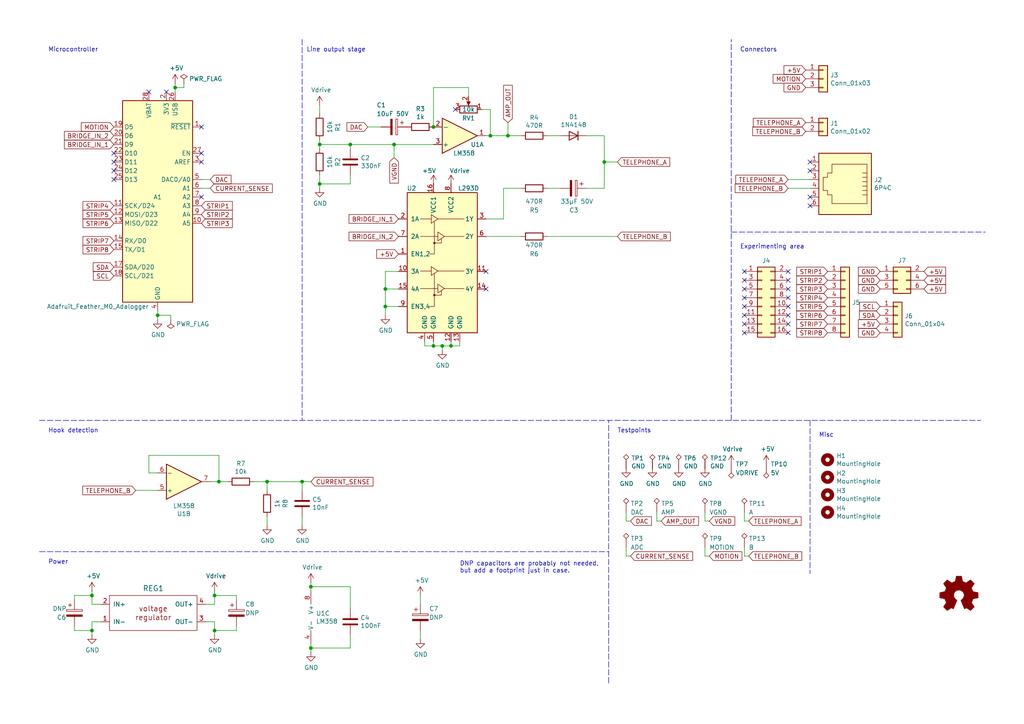
<source format=kicad_sch>
(kicad_sch (version 20250114) (generator "eeschema") (generator_version "9.0")
  (paper "A4")
  (title_block (title "Ringphone controller") (company "https://www.stderr.nl") (comment 2 "CERN Open Hardware Licence v2 - Permissive"))
  (lib_symbols
    (symbol "Amplifier_Operational:LM358" (pin_names (offset 0.127))
      (property "Reference" "U" (at 0 5.08 0))
      (property "Value" "LM358" (at 0 -5.08 0))
      (symbol "LM358_1_1"
        (pin input line (at -7.62 2.54 0) (length 2.54) (name "+") (number "3"))
        (pin input line (at -7.62 -2.54 0) (length 2.54) (name "-") (number "2"))
        (pin output line (at 7.62 0 180) (length 2.54) (name "~") (number "1"))
      )
      (symbol "LM358_2_1"
        (pin input line (at -7.62 2.54 0) (length 2.54) (name "+") (number "5"))
        (pin input line (at -7.62 -2.54 0) (length 2.54) (name "-") (number "6"))
        (pin output line (at 7.62 0 180) (length 2.54) (name "~") (number "7"))
      )
      (symbol "LM358_3_1"
        (pin power_in line (at -2.54 7.62 270) (length 3.81) (name "V+") (number "8"))
        (pin power_in line (at -2.54 -7.62 90) (length 3.81) (name "V-") (number "4"))
      )
    )
    (symbol "Components:REGULATOR_MODULE" (pin_names (offset 1.016))
      (property "Reference" "REG" (at -8.89 6.35 0))
      (symbol "REGULATOR_MODULE_0_0"
        (text "voltage" (at 0 1.27 0) (effects (font (size 1.524 1.524))))
        (text "regulator" (at 0 -1.27 0) (effects (font (size 1.524 1.524))))
      )
      (symbol "REGULATOR_MODULE_1_1"
        (pin power_in line (at -15.24 2.54 0) (length 2.54) (name "IN+") (number "2"))
        (pin power_in line (at -15.24 -2.54 0) (length 2.54) (name "IN-") (number "1"))
        (pin power_out line (at 15.24 2.54 180) (length 2.54) (name "OUT+") (number "4"))
        (pin power_in line (at 15.24 -2.54 180) (length 2.54) (name "OUT-") (number "3"))
      )
    )
    (symbol "Connector:6P6C" (pin_names (offset 1.016))
      (property "Reference" "J" (at -5.08 11.43 0))
      (property "Value" "6P6C" (at 2.54 11.43 0))
      (symbol "6P6C_1_1"
        (pin passive line (at 10.16 7.62 180) (length 2.54) (name "~") (number "6"))
        (pin passive line (at 10.16 5.08 180) (length 2.54) (name "~") (number "5"))
        (pin passive line (at 10.16 2.54 180) (length 2.54) (name "~") (number "4"))
        (pin passive line (at 10.16 0 180) (length 2.54) (name "~") (number "3"))
        (pin passive line (at 10.16 -2.54 180) (length 2.54) (name "~") (number "2"))
        (pin passive line (at 10.16 -5.08 180) (length 2.54) (name "~") (number "1"))
      )
    )
    (symbol "Connector:TestPoint_Alt" (pin_numbers (hide yes)) (pin_names (offset 0.762) (hide yes))
      (property "Reference" "TP" (at 0 6.858 0))
      (property "Value" "TestPoint_Alt" (at 0 5.08 0))
      (symbol "TestPoint_Alt_1_1"
        (pin passive line (at 0 0 90) (length 2.54) (name "1") (number "1"))
      )
    )
    (symbol "Connector_Generic:Conn_01x02" (pin_names (offset 1.016) (hide yes))
      (property "Reference" "J" (at 0 2.54 0))
      (property "Value" "Conn_01x02" (at 0 -5.08 0))
      (symbol "Conn_01x02_1_1"
        (pin passive line (at -5.08 0 0) (length 3.81) (name "Pin_1") (number "1"))
        (pin passive line (at -5.08 -2.54 0) (length 3.81) (name "Pin_2") (number "2"))
      )
    )
    (symbol "Connector_Generic:Conn_01x03" (pin_names (offset 1.016) (hide yes))
      (property "Reference" "J" (at 0 5.08 0))
      (property "Value" "Conn_01x03" (at 0 -5.08 0))
      (symbol "Conn_01x03_1_1"
        (pin passive line (at -5.08 2.54 0) (length 3.81) (name "Pin_1") (number "1"))
        (pin passive line (at -5.08 0 0) (length 3.81) (name "Pin_2") (number "2"))
        (pin passive line (at -5.08 -2.54 0) (length 3.81) (name "Pin_3") (number "3"))
      )
    )
    (symbol "Connector_Generic:Conn_01x04" (pin_names (offset 1.016) (hide yes))
      (property "Reference" "J" (at 0 5.08 0))
      (property "Value" "Conn_01x04" (at 0 -7.62 0))
      (symbol "Conn_01x04_1_1"
        (pin passive line (at -5.08 2.54 0) (length 3.81) (name "Pin_1") (number "1"))
        (pin passive line (at -5.08 0 0) (length 3.81) (name "Pin_2") (number "2"))
        (pin passive line (at -5.08 -2.54 0) (length 3.81) (name "Pin_3") (number "3"))
        (pin passive line (at -5.08 -5.08 0) (length 3.81) (name "Pin_4") (number "4"))
      )
    )
    (symbol "Connector_Generic:Conn_01x08" (pin_names (offset 1.016) (hide yes))
      (property "Reference" "J" (at 0 10.16 0))
      (property "Value" "Conn_01x08" (at 0 -12.7 0))
      (symbol "Conn_01x08_1_1"
        (pin passive line (at -5.08 7.62 0) (length 3.81) (name "Pin_1") (number "1"))
        (pin passive line (at -5.08 5.08 0) (length 3.81) (name "Pin_2") (number "2"))
        (pin passive line (at -5.08 2.54 0) (length 3.81) (name "Pin_3") (number "3"))
        (pin passive line (at -5.08 0 0) (length 3.81) (name "Pin_4") (number "4"))
        (pin passive line (at -5.08 -2.54 0) (length 3.81) (name "Pin_5") (number "5"))
        (pin passive line (at -5.08 -5.08 0) (length 3.81) (name "Pin_6") (number "6"))
        (pin passive line (at -5.08 -7.62 0) (length 3.81) (name "Pin_7") (number "7"))
        (pin passive line (at -5.08 -10.16 0) (length 3.81) (name "Pin_8") (number "8"))
      )
    )
    (symbol "Connector_Generic:Conn_02x03_Odd_Even" (pin_names (offset 1.016) (hide yes))
      (property "Reference" "J" (at 1.27 5.08 0))
      (property "Value" "Conn_02x03_Odd_Even" (at 1.27 -5.08 0))
      (symbol "Conn_02x03_Odd_Even_1_1"
        (pin passive line (at -5.08 2.54 0) (length 3.81) (name "Pin_1") (number "1"))
        (pin passive line (at -5.08 0 0) (length 3.81) (name "Pin_3") (number "3"))
        (pin passive line (at -5.08 -2.54 0) (length 3.81) (name "Pin_5") (number "5"))
        (pin passive line (at 7.62 2.54 180) (length 3.81) (name "Pin_2") (number "2"))
        (pin passive line (at 7.62 0 180) (length 3.81) (name "Pin_4") (number "4"))
        (pin passive line (at 7.62 -2.54 180) (length 3.81) (name "Pin_6") (number "6"))
      )
    )
    (symbol "Connector_Generic:Conn_02x08_Odd_Even" (pin_names (offset 1.016) (hide yes))
      (property "Reference" "J" (at 1.27 10.16 0))
      (property "Value" "Conn_02x08_Odd_Even" (at 1.27 -12.7 0))
      (symbol "Conn_02x08_Odd_Even_1_1"
        (pin passive line (at -5.08 7.62 0) (length 3.81) (name "Pin_1") (number "1"))
        (pin passive line (at -5.08 5.08 0) (length 3.81) (name "Pin_3") (number "3"))
        (pin passive line (at -5.08 2.54 0) (length 3.81) (name "Pin_5") (number "5"))
        (pin passive line (at -5.08 0 0) (length 3.81) (name "Pin_7") (number "7"))
        (pin passive line (at -5.08 -2.54 0) (length 3.81) (name "Pin_9") (number "9"))
        (pin passive line (at -5.08 -5.08 0) (length 3.81) (name "Pin_11") (number "11"))
        (pin passive line (at -5.08 -7.62 0) (length 3.81) (name "Pin_13") (number "13"))
        (pin passive line (at -5.08 -10.16 0) (length 3.81) (name "Pin_15") (number "15"))
        (pin passive line (at 7.62 7.62 180) (length 3.81) (name "Pin_2") (number "2"))
        (pin passive line (at 7.62 5.08 180) (length 3.81) (name "Pin_4") (number "4"))
        (pin passive line (at 7.62 2.54 180) (length 3.81) (name "Pin_6") (number "6"))
        (pin passive line (at 7.62 0 180) (length 3.81) (name "Pin_8") (number "8"))
        (pin passive line (at 7.62 -2.54 180) (length 3.81) (name "Pin_10") (number "10"))
        (pin passive line (at 7.62 -5.08 180) (length 3.81) (name "Pin_12") (number "12"))
        (pin passive line (at 7.62 -7.62 180) (length 3.81) (name "Pin_14") (number "14"))
        (pin passive line (at 7.62 -10.16 180) (length 3.81) (name "Pin_16") (number "16"))
      )
    )
    (symbol "Device:C" (pin_numbers (hide yes)) (pin_names (offset 0.254))
      (property "Reference" "C" (at 0.635 2.54 0))
      (property "Value" "C" (at 0.635 -2.54 0))
      (symbol "C_1_1"
        (pin passive line (at 0 3.81 270) (length 2.794) (name "~") (number "1"))
        (pin passive line (at 0 -3.81 90) (length 2.794) (name "~") (number "2"))
      )
    )
    (symbol "Device:C_Polarized" (pin_numbers (hide yes)) (pin_names (offset 0.254))
      (property "Reference" "C" (at 0.635 2.54 0))
      (property "Value" "C_Polarized" (at 0.635 -2.54 0))
      (symbol "C_Polarized_1_1"
        (pin passive line (at 0 3.81 270) (length 2.794) (name "~") (number "1"))
        (pin passive line (at 0 -3.81 90) (length 2.794) (name "~") (number "2"))
      )
    )
    (symbol "Device:R" (pin_numbers (hide yes)) (pin_names (offset 0))
      (property "Reference" "R" (at 2.032 0 90))
      (property "Value" "R" (at 0 0 90))
      (symbol "R_1_1"
        (pin passive line (at 0 3.81 270) (length 1.27) (name "~") (number "1"))
        (pin passive line (at 0 -3.81 90) (length 1.27) (name "~") (number "2"))
      )
    )
    (symbol "Device:R_Potentiometer" (pin_names (offset 1.016) (hide yes))
      (property "Reference" "RV" (at -4.445 0 90))
      (property "Value" "R_Potentiometer" (at -2.54 0 90))
      (symbol "R_Potentiometer_1_1"
        (pin passive line (at 0 3.81 270) (length 1.27) (name "1") (number "1"))
        (pin passive line (at 0 -3.81 90) (length 1.27) (name "3") (number "3"))
        (pin passive line (at 3.81 0 180) (length 1.27) (name "2") (number "2"))
      )
    )
    (symbol "Diode:1N4148" (pin_numbers (hide yes)) (pin_names (hide yes))
      (property "Reference" "D" (at 0 2.54 0))
      (property "Value" "1N4148" (at 0 -2.54 0))
      (symbol "1N4148_1_1"
        (pin passive line (at -3.81 0 0) (length 2.54) (name "K") (number "1"))
        (pin passive line (at 3.81 0 180) (length 2.54) (name "A") (number "2"))
      )
    )
    (symbol "Driver_Motor:L293D" (pin_names (offset 1.016))
      (property "Reference" "U" (at -5.08 26.035 0))
      (property "Value" "L293D" (at -5.08 24.13 0))
      (symbol "L293D_1_1"
        (pin input line (at -12.7 15.24 0) (length 2.54) (name "1A") (number "2"))
        (pin input line (at -12.7 10.16 0) (length 2.54) (name "2A") (number "7"))
        (pin input line (at -12.7 5.08 0) (length 2.54) (name "EN1,2") (number "1"))
        (pin input line (at -12.7 0 0) (length 2.54) (name "3A") (number "10"))
        (pin input line (at -12.7 -5.08 0) (length 2.54) (name "4A") (number "15"))
        (pin input line (at -12.7 -10.16 0) (length 2.54) (name "EN3,4") (number "9"))
        (pin power_in line (at -5.08 -20.32 90) (length 2.54) (name "GND") (number "4"))
        (pin power_in line (at -2.54 25.4 270) (length 2.54) (name "VCC1") (number "16"))
        (pin power_in line (at -2.54 -20.32 90) (length 2.54) (name "GND") (number "5"))
        (pin power_in line (at 2.54 25.4 270) (length 2.54) (name "VCC2") (number "8"))
        (pin power_in line (at 2.54 -20.32 90) (length 2.54) (name "GND") (number "12"))
        (pin power_in line (at 5.08 -20.32 90) (length 2.54) (name "GND") (number "13"))
        (pin output line (at 12.7 15.24 180) (length 2.54) (name "1Y") (number "3"))
        (pin output line (at 12.7 10.16 180) (length 2.54) (name "2Y") (number "6"))
        (pin output line (at 12.7 0 180) (length 2.54) (name "3Y") (number "11"))
        (pin output line (at 12.7 -5.08 180) (length 2.54) (name "4Y") (number "14"))
      )
    )
    (symbol "Graphic:Logo_Open_Hardware_Small" (in_bom no) (on_board no))
    (symbol "MCU_Module:Adafruit_Feather_M0_Adalogger"
      (property "Reference" "A" (at -10.16 29.21 0))
      (property "Value" "Adafruit_Feather_M0_Adalogger" (at 2.54 -31.75 0))
      (symbol "Adafruit_Feather_M0_Adalogger_1_1"
        (pin bidirectional line (at -12.7 20.32 0) (length 2.54) (name "D5") (number "19"))
        (pin bidirectional line (at -12.7 17.78 0) (length 2.54) (name "D6") (number "20"))
        (pin bidirectional line (at -12.7 15.24 0) (length 2.54) (name "D9") (number "21"))
        (pin bidirectional line (at -12.7 12.7 0) (length 2.54) (name "D10") (number "22"))
        (pin bidirectional line (at -12.7 10.16 0) (length 2.54) (name "D11") (number "23"))
        (pin bidirectional line (at -12.7 7.62 0) (length 2.54) (name "D12") (number "24"))
        (pin bidirectional line (at -12.7 5.08 0) (length 2.54) (name "D13") (number "25"))
        (pin bidirectional line (at -12.7 -2.54 0) (length 2.54) (name "SCK/D24") (number "11"))
        (pin bidirectional line (at -12.7 -5.08 0) (length 2.54) (name "MOSI/D23") (number "12"))
        (pin bidirectional line (at -12.7 -7.62 0) (length 2.54) (name "MISO/D22") (number "13"))
        (pin bidirectional line (at -12.7 -12.7 0) (length 2.54) (name "RX/D0") (number "14"))
        (pin bidirectional line (at -12.7 -15.24 0) (length 2.54) (name "TX/D1") (number "15"))
        (pin bidirectional line (at -12.7 -20.32 0) (length 2.54) (name "SDA/D20") (number "17"))
        (pin bidirectional line (at -12.7 -22.86 0) (length 2.54) (name "SCL/D21") (number "18"))
        (pin power_in line (at -2.54 30.48 270) (length 2.54) (name "VBAT") (number "28"))
        (pin passive line (at 0 -33.02 90) (length 2.54) (hide yes) (name "GND") (number "16"))
        (pin power_in line (at 0 -33.02 90) (length 2.54) (name "GND") (number "4"))
        (pin power_in line (at 2.54 30.48 270) (length 2.54) (name "3V3") (number "2"))
        (pin power_in line (at 5.08 30.48 270) (length 2.54) (name "USB") (number "26"))
        (pin input line (at 12.7 20.32 180) (length 2.54) (name "~{RESET}") (number "1"))
        (pin input line (at 12.7 12.7 180) (length 2.54) (name "EN") (number "27"))
        (pin input line (at 12.7 10.16 180) (length 2.54) (name "AREF") (number "3"))
        (pin bidirectional line (at 12.7 5.08 180) (length 2.54) (name "DAC0/A0") (number "5"))
        (pin bidirectional line (at 12.7 2.54 180) (length 2.54) (name "A1") (number "6"))
        (pin bidirectional line (at 12.7 0 180) (length 2.54) (name "A2") (number "7"))
        (pin bidirectional line (at 12.7 -2.54 180) (length 2.54) (name "A3") (number "8"))
        (pin bidirectional line (at 12.7 -5.08 180) (length 2.54) (name "A4") (number "9"))
        (pin bidirectional line (at 12.7 -7.62 180) (length 2.54) (name "A5") (number "10"))
      )
    )
    (symbol "Mechanical:MountingHole" (pin_names (offset 1.016)) (in_bom no)
      (property "Reference" "H" (at 0 5.08 0))
      (property "Value" "MountingHole" (at 0 3.175 0))
    )
    (symbol "power:+5V" (power) (pin_numbers (hide yes)) (pin_names (offset 0) (hide yes))
      (property "Value" "+5V" (at 0 3.556 0))
      (symbol "+5V_1_1"
        (pin power_in line (at 0 0 90) (length 0) (name "~") (number "1"))
      )
    )
    (symbol "power:GND" (power) (pin_numbers (hide yes)) (pin_names (offset 0) (hide yes))
      (property "Value" "GND" (at 0 -3.81 0))
      (symbol "GND_1_1"
        (pin power_in line (at 0 0 270) (length 0) (name "~") (number "1"))
      )
    )
    (symbol "power:PWR_FLAG" (power) (pin_numbers (hide yes)) (pin_names (offset 0) (hide yes))
      (property "Value" "PWR_FLAG" (at 0 3.81 0))
      (symbol "PWR_FLAG_0_0"
        (pin power_out line (at 0 0 90) (length 0) (name "~") (number "1"))
      )
    )
    (symbol "power:Vdrive" (power) (pin_numbers (hide yes)) (pin_names (offset 0) (hide yes))
      (property "Value" "Vdrive" (at 0 3.556 0))
      (symbol "Vdrive_1_1"
        (pin power_in line (at 0 0 90) (length 0) (name "~") (number "1"))
      )
    )
  )
  (text "Misc" (at 237.49 127 0) (effects (font (size 1.27 1.27)) (justify left bottom)))
  (text "Testpoints" (at 179.07 125.73 0) (effects (font (size 1.27 1.27)) (justify left bottom)))
  (text "Power" (at 13.97 163.83 0) (effects (font (size 1.27 1.27)) (justify left bottom)))
  (text "Hook detection" (at 13.97 125.73 0) (effects (font (size 1.27 1.27)) (justify left bottom)))
  (text "Line output stage" (at 88.9 15.24 0) (effects (font (size 1.27 1.27)) (justify left bottom)))
  (text "Microcontroller" (at 13.97 15.24 0) (effects (font (size 1.27 1.27)) (justify left bottom)))
  (text "Experimenting area" (at 214.63 72.39 0) (effects (font (size 1.27 1.27)) (justify left bottom)))
  (text "DNP capacitors are probably not needed,\nbut add a footprint just in case.\n" (at 133.35 166.37 0) (effects (font (size 1.27 1.27)) (justify left bottom)))
  (text "Connectors\n" (at 214.63 15.24 0) (effects (font (size 1.27 1.27)) (justify left bottom)))
  (junction (at 45.72 91.44))
  (junction (at 114.3 41.91))
  (junction (at 175.26 46.99))
  (junction (at 92.71 41.91))
  (junction (at 147.32 39.37))
  (junction (at 125.73 36.83))
  (junction (at 87.63 139.7))
  (junction (at 90.17 170.18))
  (junction (at 62.23 172.72))
  (junction (at 92.71 53.34))
  (junction (at 130.81 100.33))
  (junction (at 63.5 139.7))
  (junction (at 90.17 187.96))
  (junction (at 62.23 182.88))
  (junction (at 26.67 172.72))
  (junction (at 125.73 100.33))
  (junction (at 77.47 139.7))
  (junction (at 142.24 39.37))
  (junction (at 111.76 83.82))
  (junction (at 128.27 100.33))
  (junction (at 101.6 41.91))
  (junction (at 50.8 25.4))
  (junction (at 111.76 88.9))
  (junction (at 26.67 182.88))
  (no_connect (at 215.9 78.74))
  (no_connect (at 33.02 46.99))
  (no_connect (at 228.6 96.52))
  (no_connect (at 215.9 96.52))
  (no_connect (at 228.6 83.82))
  (no_connect (at 215.9 88.9))
  (no_connect (at 228.6 86.36))
  (no_connect (at 234.95 57.15))
  (no_connect (at 58.42 57.15))
  (no_connect (at 43.18 26.67))
  (no_connect (at 58.42 44.45))
  (no_connect (at 215.9 81.28))
  (no_connect (at 234.95 46.99))
  (no_connect (at 228.6 78.74))
  (no_connect (at 228.6 93.98))
  (no_connect (at 228.6 81.28))
  (no_connect (at 33.02 44.45))
  (no_connect (at 140.97 78.74))
  (no_connect (at 33.02 52.07))
  (no_connect (at 228.6 88.9))
  (no_connect (at 33.02 49.53))
  (no_connect (at 215.9 83.82))
  (no_connect (at 215.9 93.98))
  (no_connect (at 234.95 59.69))
  (no_connect (at 58.42 46.99))
  (no_connect (at 58.42 36.83))
  (no_connect (at 215.9 86.36))
  (no_connect (at 140.97 83.82))
  (no_connect (at 228.6 91.44))
  (no_connect (at 215.9 91.44))
  (no_connect (at 132.08 31.75))
  (no_connect (at 234.95 49.53))
  (no_connect (at 48.26 26.67))
  (polyline (pts (xy 234.95 121.92) (xy 234.95 166.37)) (stroke (width 0) (type dash)))
  (wire (pts (xy 170.18 54.61) (xy 175.26 54.61)))
  (wire (pts (xy 111.76 91.44) (xy 111.76 88.9)))
  (wire (pts (xy 45.72 90.17) (xy 45.72 91.44)))
  (wire (pts (xy 92.71 30.48) (xy 92.71 33.02)))
  (wire (pts (xy 111.76 78.74) (xy 115.57 78.74)))
  (wire (pts (xy 92.71 43.18) (xy 92.71 41.91)))
  (wire (pts (xy 62.23 180.34) (xy 59.69 180.34)))
  (wire (pts (xy 92.71 41.91) (xy 92.71 40.64)))
  (wire (pts (xy 130.81 100.33) (xy 133.35 100.33)))
  (wire (pts (xy 77.47 152.4) (xy 77.47 149.86)))
  (wire (pts (xy 140.97 63.5) (xy 146.05 63.5)))
  (wire (pts (xy 66.04 139.7) (xy 63.5 139.7)))
  (wire (pts (xy 101.6 41.91) (xy 114.3 41.91)))
  (wire (pts (xy 50.8 25.4) (xy 50.8 24.13)))
  (wire (pts (xy 215.9 158.75) (xy 215.9 161.29)))
  (wire (pts (xy 162.56 39.37) (xy 158.75 39.37)))
  (wire (pts (xy 142.24 39.37) (xy 147.32 39.37)))
  (wire (pts (xy 147.32 35.56) (xy 147.32 39.37)))
  (wire (pts (xy 101.6 170.18) (xy 101.6 176.53)))
  (wire (pts (xy 147.32 39.37) (xy 151.13 39.37)))
  (wire (pts (xy 49.53 92.71) (xy 49.53 91.44)))
  (wire (pts (xy 123.19 100.33) (xy 125.73 100.33)))
  (wire (pts (xy 87.63 149.86) (xy 87.63 152.4)))
  (wire (pts (xy 43.18 137.16) (xy 43.18 132.08)))
  (wire (pts (xy 21.59 181.61) (xy 21.59 182.88)))
  (wire (pts (xy 181.61 161.29) (xy 181.61 158.75)))
  (wire (pts (xy 45.72 137.16) (xy 43.18 137.16)))
  (wire (pts (xy 191.77 151.13) (xy 190.5 151.13)))
  (wire (pts (xy 26.67 172.72) (xy 26.67 171.45)))
  (wire (pts (xy 21.59 173.99) (xy 21.59 172.72)))
  (wire (pts (xy 21.59 172.72) (xy 26.67 172.72)))
  (wire (pts (xy 26.67 175.26) (xy 26.67 172.72)))
  (wire (pts (xy 146.05 63.5) (xy 146.05 54.61)))
  (wire (pts (xy 90.17 186.69) (xy 90.17 187.96)))
  (wire (pts (xy 175.26 46.99) (xy 175.26 54.61)))
  (wire (pts (xy 142.24 31.75) (xy 142.24 39.37)))
  (wire (pts (xy 29.21 175.26) (xy 26.67 175.26)))
  (polyline (pts (xy 212.09 67.31) (xy 285.75 67.31)) (stroke (width 0) (type dash)))
  (wire (pts (xy 77.47 139.7) (xy 87.63 139.7)))
  (wire (pts (xy 45.72 91.44) (xy 49.53 91.44)))
  (wire (pts (xy 101.6 41.91) (xy 101.6 43.18)))
  (wire (pts (xy 204.47 151.13) (xy 204.47 148.59)))
  (wire (pts (xy 204.47 158.75) (xy 204.47 161.29)))
  (wire (pts (xy 128.27 100.33) (xy 130.81 100.33)))
  (wire (pts (xy 43.18 132.08) (xy 63.5 132.08)))
  (wire (pts (xy 111.76 88.9) (xy 115.57 88.9)))
  (wire (pts (xy 158.75 68.58) (xy 179.07 68.58)))
  (wire (pts (xy 101.6 50.8) (xy 101.6 53.34)))
  (wire (pts (xy 90.17 187.96) (xy 90.17 189.23)))
  (wire (pts (xy 228.6 52.07) (xy 234.95 52.07)))
  (wire (pts (xy 68.58 181.61) (xy 68.58 182.88)))
  (wire (pts (xy 111.76 83.82) (xy 115.57 83.82)))
  (wire (pts (xy 140.97 68.58) (xy 151.13 68.58)))
  (wire (pts (xy 114.3 45.72) (xy 114.3 41.91)))
  (wire (pts (xy 59.69 175.26) (xy 62.23 175.26)))
  (wire (pts (xy 114.3 41.91) (xy 125.73 41.91)))
  (wire (pts (xy 217.17 151.13) (xy 215.9 151.13)))
  (wire (pts (xy 62.23 182.88) (xy 62.23 180.34)))
  (wire (pts (xy 128.27 100.33) (xy 128.27 101.6)))
  (polyline (pts (xy 11.43 121.92) (xy 284.48 121.92)) (stroke (width 0) (type dash)))
  (wire (pts (xy 111.76 83.82) (xy 111.76 78.74)))
  (wire (pts (xy 62.23 172.72) (xy 62.23 171.45)))
  (wire (pts (xy 39.37 142.24) (xy 45.72 142.24)))
  (wire (pts (xy 217.17 161.29) (xy 215.9 161.29)))
  (wire (pts (xy 139.7 31.75) (xy 142.24 31.75)))
  (wire (pts (xy 21.59 182.88) (xy 26.67 182.88)))
  (wire (pts (xy 90.17 139.7) (xy 87.63 139.7)))
  (wire (pts (xy 53.34 25.4) (xy 50.8 25.4)))
  (wire (pts (xy 125.73 25.4) (xy 135.89 25.4)))
  (polyline (pts (xy 212.09 121.92) (xy 212.09 11.43)) (stroke (width 0) (type dash)))
  (wire (pts (xy 111.76 88.9) (xy 111.76 83.82)))
  (wire (pts (xy 60.96 54.61) (xy 58.42 54.61)))
  (wire (pts (xy 205.74 151.13) (xy 204.47 151.13)))
  (wire (pts (xy 63.5 132.08) (xy 63.5 139.7)))
  (wire (pts (xy 63.5 139.7) (xy 60.96 139.7)))
  (wire (pts (xy 181.61 151.13) (xy 181.61 148.59)))
  (wire (pts (xy 60.96 52.07) (xy 58.42 52.07)))
  (wire (pts (xy 234.95 54.61) (xy 228.6 54.61)))
  (wire (pts (xy 101.6 187.96) (xy 90.17 187.96)))
  (wire (pts (xy 90.17 171.45) (xy 90.17 170.18)))
  (wire (pts (xy 130.81 99.06) (xy 130.81 100.33)))
  (wire (pts (xy 90.17 170.18) (xy 90.17 168.91)))
  (wire (pts (xy 182.88 151.13) (xy 181.61 151.13)))
  (wire (pts (xy 101.6 184.15) (xy 101.6 187.96)))
  (wire (pts (xy 92.71 41.91) (xy 101.6 41.91)))
  (wire (pts (xy 123.19 99.06) (xy 123.19 100.33)))
  (polyline (pts (xy 176.53 198.12) (xy 176.53 121.92)) (stroke (width 0) (type dash)))
  (wire (pts (xy 77.47 139.7) (xy 73.66 139.7)))
  (wire (pts (xy 26.67 180.34) (xy 29.21 180.34)))
  (wire (pts (xy 101.6 53.34) (xy 92.71 53.34)))
  (wire (pts (xy 215.9 148.59) (xy 215.9 151.13)))
  (wire (pts (xy 146.05 54.61) (xy 151.13 54.61)))
  (wire (pts (xy 121.92 175.26) (xy 121.92 172.72)))
  (wire (pts (xy 175.26 39.37) (xy 175.26 46.99)))
  (wire (pts (xy 87.63 139.7) (xy 87.63 142.24)))
  (wire (pts (xy 205.74 161.29) (xy 204.47 161.29)))
  (wire (pts (xy 135.89 25.4) (xy 135.89 27.94)))
  (wire (pts (xy 62.23 184.15) (xy 62.23 182.88)))
  (wire (pts (xy 45.72 91.44) (xy 45.72 92.71)))
  (wire (pts (xy 190.5 151.13) (xy 190.5 148.59)))
  (wire (pts (xy 133.35 100.33) (xy 133.35 99.06)))
  (wire (pts (xy 26.67 182.88) (xy 26.67 180.34)))
  (wire (pts (xy 182.88 161.29) (xy 181.61 161.29)))
  (wire (pts (xy 90.17 170.18) (xy 101.6 170.18)))
  (wire (pts (xy 26.67 184.15) (xy 26.67 182.88)))
  (wire (pts (xy 50.8 26.67) (xy 50.8 25.4)))
  (wire (pts (xy 175.26 39.37) (xy 170.18 39.37)))
  (wire (pts (xy 68.58 182.88) (xy 62.23 182.88)))
  (wire (pts (xy 77.47 142.24) (xy 77.47 139.7)))
  (wire (pts (xy 175.26 46.99) (xy 179.07 46.99)))
  (wire (pts (xy 92.71 54.61) (xy 92.71 53.34)))
  (wire (pts (xy 62.23 175.26) (xy 62.23 172.72)))
  (polyline (pts (xy 11.43 160.02) (xy 176.53 160.02)) (stroke (width 0) (type dash)))
  (wire (pts (xy 53.34 24.13) (xy 53.34 25.4)))
  (wire (pts (xy 68.58 172.72) (xy 62.23 172.72)))
  (wire (pts (xy 106.68 36.83) (xy 110.49 36.83)))
  (polyline (pts (xy 87.63 11.43) (xy 87.63 121.92)) (stroke (width 0) (type dash)))
  (wire (pts (xy 121.92 185.42) (xy 121.92 182.88)))
  (wire (pts (xy 140.97 39.37) (xy 142.24 39.37)))
  (wire (pts (xy 125.73 100.33) (xy 128.27 100.33)))
  (wire (pts (xy 125.73 25.4) (xy 125.73 36.83)))
  (wire (pts (xy 92.71 53.34) (xy 92.71 50.8)))
  (wire (pts (xy 125.73 99.06) (xy 125.73 100.33)))
  (wire (pts (xy 158.75 54.61) (xy 162.56 54.61)))
  (wire (pts (xy 68.58 173.99) (xy 68.58 172.72)))
  (global_label "STRIP2" (shape input) (at 240.03 81.28 180) (property "Intersheetrefs" "${INTERSHEET_REFS}" (effects (hide yes))))
  (global_label "DAC" (shape input) (at 182.88 151.13 0) (property "Intersheetrefs" "${INTERSHEET_REFS}" (effects (hide yes))))
  (global_label "SCL" (shape input) (at 33.02 80.01 180) (property "Intersheetrefs" "${INTERSHEET_REFS}" (effects (hide yes))))
  (global_label "TELEPHONE_A" (shape input) (at 179.07 46.99 0) (property "Intersheetrefs" "${INTERSHEET_REFS}" (effects (hide yes))))
  (global_label "STRIP4" (shape input) (at 33.02 59.69 180) (property "Intersheetrefs" "${INTERSHEET_REFS}" (effects (hide yes))))
  (global_label "STRIP8" (shape input) (at 240.03 96.52 180) (property "Intersheetrefs" "${INTERSHEET_REFS}" (effects (hide yes))))
  (global_label "CURRENT_SENSE" (shape input) (at 60.96 54.61 0) (property "Intersheetrefs" "${INTERSHEET_REFS}" (effects (hide yes))))
  (global_label "TELEPHONE_A" (shape input) (at 228.6 52.07 180) (property "Intersheetrefs" "${INTERSHEET_REFS}" (effects (hide yes))))
  (global_label "STRIP4" (shape input) (at 240.03 86.36 180) (property "Intersheetrefs" "${INTERSHEET_REFS}" (effects (hide yes))))
  (global_label "GND" (shape input) (at 255.27 96.52 180) (property "Intersheetrefs" "${INTERSHEET_REFS}" (effects (hide yes))))
  (global_label "STRIP3" (shape input) (at 240.03 83.82 180) (property "Intersheetrefs" "${INTERSHEET_REFS}" (effects (hide yes))))
  (global_label "CURRENT_SENSE" (shape input) (at 182.88 161.29 0) (property "Intersheetrefs" "${INTERSHEET_REFS}" (effects (hide yes))))
  (global_label "CURRENT_SENSE" (shape input) (at 90.17 139.7 0) (property "Intersheetrefs" "${INTERSHEET_REFS}" (effects (hide yes))))
  (global_label "SCL" (shape input) (at 255.27 88.9 180) (property "Intersheetrefs" "${INTERSHEET_REFS}" (effects (hide yes))))
  (global_label "AMP_OUT" (shape input) (at 147.32 35.56 90) (property "Intersheetrefs" "${INTERSHEET_REFS}" (effects (hide yes))))
  (global_label "STRIP8" (shape input) (at 33.02 72.39 180) (property "Intersheetrefs" "${INTERSHEET_REFS}" (effects (hide yes))))
  (global_label "STRIP1" (shape input) (at 58.42 59.69 0) (property "Intersheetrefs" "${INTERSHEET_REFS}" (effects (hide yes))))
  (global_label "DAC" (shape input) (at 60.96 52.07 0) (property "Intersheetrefs" "${INTERSHEET_REFS}" (effects (hide yes))))
  (global_label "+5V" (shape input) (at 267.97 78.74 0) (property "Intersheetrefs" "${INTERSHEET_REFS}" (effects (hide yes))))
  (global_label "TELEPHONE_B" (shape input) (at 233.68 38.1 180) (property "Intersheetrefs" "${INTERSHEET_REFS}" (effects (hide yes))))
  (global_label "TELEPHONE_A" (shape input) (at 217.17 151.13 0) (property "Intersheetrefs" "${INTERSHEET_REFS}" (effects (hide yes))))
  (global_label "BRIDGE_IN_1" (shape input) (at 115.57 63.5 180) (property "Intersheetrefs" "${INTERSHEET_REFS}" (effects (hide yes))))
  (global_label "STRIP6" (shape input) (at 240.03 91.44 180) (property "Intersheetrefs" "${INTERSHEET_REFS}" (effects (hide yes))))
  (global_label "AMP_OUT" (shape input) (at 191.77 151.13 0) (property "Intersheetrefs" "${INTERSHEET_REFS}" (effects (hide yes))))
  (global_label "GND" (shape input) (at 255.27 81.28 180) (property "Intersheetrefs" "${INTERSHEET_REFS}" (effects (hide yes))))
  (global_label "SDA" (shape input) (at 255.27 91.44 180) (property "Intersheetrefs" "${INTERSHEET_REFS}" (effects (hide yes))))
  (global_label "MOTION" (shape input) (at 233.68 22.86 180) (property "Intersheetrefs" "${INTERSHEET_REFS}" (effects (hide yes))))
  (global_label "BRIDGE_IN_2" (shape input) (at 115.57 68.58 180) (property "Intersheetrefs" "${INTERSHEET_REFS}" (effects (hide yes))))
  (global_label "TELEPHONE_B" (shape input) (at 228.6 54.61 180) (property "Intersheetrefs" "${INTERSHEET_REFS}" (effects (hide yes))))
  (global_label "+5V" (shape input) (at 115.57 73.66 180) (property "Intersheetrefs" "${INTERSHEET_REFS}" (effects (hide yes))))
  (global_label "DAC" (shape input) (at 106.68 36.83 180) (property "Intersheetrefs" "${INTERSHEET_REFS}" (effects (hide yes))))
  (global_label "SDA" (shape input) (at 33.02 77.47 180) (property "Intersheetrefs" "${INTERSHEET_REFS}" (effects (hide yes))))
  (global_label "GND" (shape input) (at 255.27 78.74 180) (property "Intersheetrefs" "${INTERSHEET_REFS}" (effects (hide yes))))
  (global_label "MOTION" (shape input) (at 205.74 161.29 0) (property "Intersheetrefs" "${INTERSHEET_REFS}" (effects (hide yes))))
  (global_label "STRIP7" (shape input) (at 240.03 93.98 180) (property "Intersheetrefs" "${INTERSHEET_REFS}" (effects (hide yes))))
  (global_label "STRIP1" (shape input) (at 240.03 78.74 180) (property "Intersheetrefs" "${INTERSHEET_REFS}" (effects (hide yes))))
  (global_label "+5V" (shape input) (at 255.27 93.98 180) (property "Intersheetrefs" "${INTERSHEET_REFS}" (effects (hide yes))))
  (global_label "STRIP5" (shape input) (at 240.03 88.9 180) (property "Intersheetrefs" "${INTERSHEET_REFS}" (effects (hide yes))))
  (global_label "BRIDGE_IN_1" (shape input) (at 33.02 41.91 180) (property "Intersheetrefs" "${INTERSHEET_REFS}" (effects (hide yes))))
  (global_label "TELEPHONE_A" (shape input) (at 233.68 35.56 180) (property "Intersheetrefs" "${INTERSHEET_REFS}" (effects (hide yes))))
  (global_label "VGND" (shape input) (at 205.74 151.13 0) (property "Intersheetrefs" "${INTERSHEET_REFS}" (effects (hide yes))))
  (global_label "+5V" (shape input) (at 233.68 20.32 180) (property "Intersheetrefs" "${INTERSHEET_REFS}" (effects (hide yes))))
  (global_label "BRIDGE_IN_2" (shape input) (at 33.02 39.37 180) (property "Intersheetrefs" "${INTERSHEET_REFS}" (effects (hide yes))))
  (global_label "TELEPHONE_B" (shape input) (at 217.17 161.29 0) (property "Intersheetrefs" "${INTERSHEET_REFS}" (effects (hide yes))))
  (global_label "+5V" (shape input) (at 267.97 81.28 0) (property "Intersheetrefs" "${INTERSHEET_REFS}" (effects (hide yes))))
  (global_label "STRIP6" (shape input) (at 33.02 64.77 180) (property "Intersheetrefs" "${INTERSHEET_REFS}" (effects (hide yes))))
  (global_label "VGND" (shape input) (at 114.3 45.72 270) (property "Intersheetrefs" "${INTERSHEET_REFS}" (effects (hide yes))))
  (global_label "MOTION" (shape input) (at 33.02 36.83 180) (property "Intersheetrefs" "${INTERSHEET_REFS}" (effects (hide yes))))
  (global_label "GND" (shape input) (at 255.27 83.82 180) (property "Intersheetrefs" "${INTERSHEET_REFS}" (effects (hide yes))))
  (global_label "TELEPHONE_B" (shape input) (at 179.07 68.58 0) (property "Intersheetrefs" "${INTERSHEET_REFS}" (effects (hide yes))))
  (global_label "STRIP3" (shape input) (at 58.42 64.77 0) (property "Intersheetrefs" "${INTERSHEET_REFS}" (effects (hide yes))))
  (global_label "STRIP7" (shape input) (at 33.02 69.85 180) (property "Intersheetrefs" "${INTERSHEET_REFS}" (effects (hide yes))))
  (global_label "STRIP2" (shape input) (at 58.42 62.23 0) (property "Intersheetrefs" "${INTERSHEET_REFS}" (effects (hide yes))))
  (global_label "+5V" (shape input) (at 267.97 83.82 0) (property "Intersheetrefs" "${INTERSHEET_REFS}" (effects (hide yes))))
  (global_label "GND" (shape input) (at 233.68 25.4 180) (property "Intersheetrefs" "${INTERSHEET_REFS}" (effects (hide yes))))
  (global_label "TELEPHONE_B" (shape input) (at 39.37 142.24 180) (property "Intersheetrefs" "${INTERSHEET_REFS}" (effects (hide yes))))
  (global_label "STRIP5" (shape input) (at 33.02 62.23 180) (property "Intersheetrefs" "${INTERSHEET_REFS}" (effects (hide yes))))
  (symbol (lib_id "Driver_Motor:L293D") (at 128.27 78.74 0) (unit 1)
    (property "Reference" "U2" (at 119.38 54.61 0))
    (property "Value" "L293D" (at 135.89 54.61 0))
    (property "Footprint" "Package_DIP:DIP-16_W7.62mm" (effects (hide yes)))
    (property "Datasheet" "http://www.ti.com/lit/ds/symlink/l293.pdf" (effects (hide yes)))
    (property "Description" "Quadruple Half-H Drivers" (effects (hide yes)))
  )
  (symbol (lib_id "Amplifier_Operational:LM358") (at 133.35 39.37 0) (mirror x) (unit 1)
    (property "Reference" "U1" (at 138.43 41.91 0))
    (property "Value" "LM358" (at 134.62 44.45 0))
    (property "Footprint" "Package_DIP:DIP-8_W7.62mm_Socket_LongPads" (effects (hide yes)))
    (property "Datasheet" "http://www.ti.com/lit/ds/symlink/lm2904-n.pdf" (effects (hide yes)))
    (property "Description" "Low-Power, Dual Operational Amplifiers, DIP-8/SOIC-8/TO-99-8" (effects (hide yes)))
  )
  (symbol (lib_id "Amplifier_Operational:LM358") (at 53.34 139.7 0) (mirror x) (unit 2)
    (property "Reference" "U1" (at 53.34 149.0218 0))
    (property "Value" "LM358" (at 53.34 146.7104 0))
    (property "Footprint" "Package_DIP:DIP-8_W7.62mm_Socket_LongPads" (effects (hide yes)))
    (property "Datasheet" "http://www.ti.com/lit/ds/symlink/lm2904-n.pdf" (effects (hide yes)))
    (property "Description" "Low-Power, Dual Operational Amplifiers, DIP-8/SOIC-8/TO-99-8" (effects (hide yes)))
  )
  (symbol (lib_id "Amplifier_Operational:LM358") (at 92.71 179.07 0) (unit 3)
    (property "Reference" "U1" (at 91.6432 177.9016 0) (effects (justify left)))
    (property "Value" "LM358" (at 91.6432 180.213 0) (effects (justify left)))
    (property "Footprint" "Package_DIP:DIP-8_W7.62mm_Socket_LongPads" (effects (hide yes)))
    (property "Datasheet" "http://www.ti.com/lit/ds/symlink/lm2904-n.pdf" (effects (hide yes)))
    (property "Description" "Low-Power, Dual Operational Amplifiers, DIP-8/SOIC-8/TO-99-8" (effects (hide yes)))
  )
  (symbol (lib_id "Device:C") (at 101.6 180.34 0) (unit 1)
    (property "Reference" "C4" (at 104.521 179.1716 0) (effects (justify left)))
    (property "Value" "100nF" (at 104.521 181.483 0) (effects (justify left)))
    (property "Footprint" "Capacitor_THT:C_Disc_D7.0mm_W2.5mm_P5.00mm" (effects (hide yes)))
    (property "Description" "Unpolarized capacitor" (effects (hide yes)))
  )
  (symbol (lib_id "Diode:1N4148") (at 166.37 39.37 180) (unit 1)
    (property "Reference" "D1" (at 166.37 33.8836 0))
    (property "Value" "1N4148" (at 166.37 36.195 0))
    (property "Footprint" "Diode_THT:D_DO-35_SOD27_P7.62mm_Horizontal" (effects (hide yes)))
    (property "Datasheet" "https://assets.nexperia.com/documents/data-sheet/1N4148_1N4448.pdf" (effects (hide yes)))
    (property "Description" "100V 0.15A standard switching diode, DO-35" (effects (hide yes)))
    (property "Sim.Device" "D" (effects (hide yes)))
    (property "Sim.Pins" "1=K 2=A" (effects (hide yes)))
  )
  (symbol (lib_id "Components:REGULATOR_MODULE") (at 44.45 177.8 0) (unit 1)
    (property "Reference" "REG1" (at 44.45 170.6626 0) (effects (font (size 1.524 1.524))))
    (property "Value" "REGULATOR_MODULE" (effects (hide yes)))
    (property "Footprint" "Footprints:MT3608" (effects (hide yes)))
  )
  (symbol (lib_id "Device:R") (at 154.94 39.37 270) (unit 1)
    (property "Reference" "R4" (at 154.94 34.1122 90))
    (property "Value" "470R" (at 154.94 36.4236 90))
    (property "Footprint" "Resistor_THT:R_Axial_DIN0207_L6.3mm_D2.5mm_P7.62mm_Horizontal" (effects (hide yes)))
    (property "Description" "Resistor" (effects (hide yes)))
  )
  (symbol (lib_id "Device:R") (at 154.94 54.61 270) (unit 1)
    (property "Reference" "R5" (at 154.94 60.96 90))
    (property "Value" "470R" (at 154.94 58.42 90))
    (property "Footprint" "Resistor_THT:R_Axial_DIN0207_L6.3mm_D2.5mm_P7.62mm_Horizontal" (effects (hide yes)))
    (property "Description" "Resistor" (effects (hide yes)))
  )
  (symbol (lib_id "Device:R") (at 154.94 68.58 270) (unit 1)
    (property "Reference" "R6" (at 154.94 73.66 90))
    (property "Value" "470R" (at 154.94 71.12 90))
    (property "Footprint" "Resistor_THT:R_Axial_DIN0207_L6.3mm_D2.5mm_P7.62mm_Horizontal" (effects (hide yes)))
    (property "Description" "Resistor" (effects (hide yes)))
  )
  (symbol (lib_id "Connector_Generic:Conn_01x02") (at 238.76 35.56 0) (unit 1)
    (property "Reference" "J1" (at 240.792 35.7632 0) (effects (justify left)))
    (property "Value" "Conn_01x02" (at 240.792 38.0746 0) (effects (justify left)))
    (property "Footprint" "Connector_PinHeader_2.54mm:PinHeader_1x02_P2.54mm_Vertical" (effects (hide yes)))
    (property "Description" "Generic connector, single row, 01x02, script generated (kicad-library-utils/schlib/autogen/connector/)" (effects (hide yes)))
  )
  (symbol (lib_id "Device:C_Polarized") (at 166.37 54.61 270) (unit 1)
    (property "Reference" "C3" (at 165.1 60.96 90) (effects (justify left)))
    (property "Value" "33μF 50V" (at 162.56 58.42 90) (effects (justify left)))
    (property "Footprint" "Capacitor_THT:CP_Radial_D5.0mm_P2.00mm" (effects (hide yes)))
    (property "Description" "Polarized capacitor" (effects (hide yes)))
  )
  (symbol (lib_id "Device:R") (at 121.92 36.83 270) (unit 1)
    (property "Reference" "R3" (at 121.92 31.5722 90))
    (property "Value" "1k" (at 121.92 33.8836 90))
    (property "Footprint" "Resistor_THT:R_Axial_DIN0207_L6.3mm_D2.5mm_P7.62mm_Horizontal" (effects (hide yes)))
    (property "Description" "Resistor" (effects (hide yes)))
  )
  (symbol (lib_id "Device:R") (at 92.71 36.83 180) (unit 1)
    (property "Reference" "R1" (at 97.9678 36.83 90))
    (property "Value" "10k" (at 95.6564 36.83 90))
    (property "Footprint" "Resistor_THT:R_Axial_DIN0207_L6.3mm_D2.5mm_P7.62mm_Horizontal" (effects (hide yes)))
    (property "Description" "Resistor" (effects (hide yes)))
  )
  (symbol (lib_id "power:Vdrive") (at 92.71 30.48 0) (unit 1)
    (property "Reference" "#PWR01" (effects (hide yes)))
    (property "Value" "Vdrive" (at 93.1418 26.0858 0))
    (property "Description" "Power symbol creates a global label with name \"Vdrive\"" (effects (hide yes)))
  )
  (symbol (lib_id "power:+5V") (at 125.73 53.34 0) (unit 1)
    (property "Reference" "#PWR07" (effects (hide yes)))
    (property "Value" "+5V" (at 124.46 49.53 0))
    (property "Description" "Power symbol creates a global label with name \"+5V\"" (effects (hide yes)))
  )
  (symbol (lib_id "power:GND") (at 92.71 54.61 0) (unit 1)
    (property "Reference" "#PWR02" (effects (hide yes)))
    (property "Value" "GND" (at 92.837 59.0042 0))
    (property "Description" "Power symbol creates a global label with name \"GND\" , ground" (effects (hide yes)))
  )
  (symbol (lib_id "Device:R") (at 92.71 46.99 180) (unit 1)
    (property "Reference" "R2" (at 97.9678 46.99 90))
    (property "Value" "10k" (at 95.6564 46.99 90))
    (property "Footprint" "Resistor_THT:R_Axial_DIN0207_L6.3mm_D2.5mm_P7.62mm_Horizontal" (effects (hide yes)))
    (property "Description" "Resistor" (effects (hide yes)))
  )
  (symbol (lib_id "Device:C") (at 101.6 46.99 0) (unit 1)
    (property "Reference" "C2" (at 104.5972 45.8216 0) (effects (justify left)))
    (property "Value" "330nF" (at 104.5972 48.133 0) (effects (justify left)))
    (property "Footprint" "Capacitor_THT:C_Disc_D7.0mm_W2.5mm_P5.00mm" (effects (hide yes)))
    (property "Description" "Unpolarized capacitor" (effects (hide yes)))
  )
  (symbol (lib_id "power:Vdrive") (at 130.81 53.34 0) (unit 1)
    (property "Reference" "#PWR09" (effects (hide yes)))
    (property "Value" "Vdrive" (at 133.35 49.53 0))
    (property "Description" "Power symbol creates a global label with name \"Vdrive\"" (effects (hide yes)))
  )
  (symbol (lib_id "power:GND") (at 128.27 101.6 0) (unit 1)
    (property "Reference" "#PWR08" (effects (hide yes)))
    (property "Value" "GND" (at 128.397 105.9942 0))
    (property "Description" "Power symbol creates a global label with name \"GND\" , ground" (effects (hide yes)))
  )
  (symbol (lib_id "Device:R") (at 69.85 139.7 270) (unit 1)
    (property "Reference" "R7" (at 69.85 134.4422 90))
    (property "Value" "10k" (at 69.85 136.7536 90))
    (property "Footprint" "Resistor_THT:R_Axial_DIN0207_L6.3mm_D2.5mm_P7.62mm_Horizontal" (effects (hide yes)))
    (property "Description" "Resistor" (effects (hide yes)))
  )
  (symbol (lib_id "Device:R") (at 77.47 146.05 180) (unit 1)
    (property "Reference" "R8" (at 82.7278 146.05 90))
    (property "Value" "1k" (at 80.4164 146.05 90))
    (property "Footprint" "Resistor_THT:R_Axial_DIN0207_L6.3mm_D2.5mm_P7.62mm_Horizontal" (effects (hide yes)))
    (property "Description" "Resistor" (effects (hide yes)))
  )
  (symbol (lib_id "power:GND") (at 77.47 152.4 0) (unit 1)
    (property "Reference" "#PWR012" (effects (hide yes)))
    (property "Value" "GND" (at 77.597 156.7942 0))
    (property "Description" "Power symbol creates a global label with name \"GND\" , ground" (effects (hide yes)))
  )
  (symbol (lib_id "Device:C_Polarized") (at 114.3 36.83 270) (unit 1)
    (property "Reference" "C1" (at 109.22 30.48 90) (effects (justify left)))
    (property "Value" "10uF 50V" (at 109.22 33.02 90) (effects (justify left)))
    (property "Footprint" "Capacitor_THT:CP_Radial_D5.0mm_P2.00mm" (effects (hide yes)))
    (property "Description" "Polarized capacitor" (effects (hide yes)))
  )
  (symbol (lib_id "Device:R_Potentiometer") (at 135.89 31.75 270) (mirror x) (unit 1)
    (property "Reference" "RV1" (at 135.89 34.29 90))
    (property "Value" "10k" (at 135.89 31.75 90))
    (property "Footprint" "Potentiometer_THT:Potentiometer_Piher_PC-16_Single_Horizontal" (effects (hide yes)))
    (property "Description" "Potentiometer" (effects (hide yes)))
  )
  (symbol (lib_id "power:+5V") (at 26.67 171.45 0) (unit 1)
    (property "Reference" "#PWR03" (effects (hide yes)))
    (property "Value" "+5V" (at 27.051 167.0558 0))
    (property "Description" "Power symbol creates a global label with name \"+5V\"" (effects (hide yes)))
  )
  (symbol (lib_id "power:GND") (at 26.67 184.15 0) (unit 1)
    (property "Reference" "#PWR04" (effects (hide yes)))
    (property "Value" "GND" (at 26.797 188.5442 0))
    (property "Description" "Power symbol creates a global label with name \"GND\" , ground" (effects (hide yes)))
  )
  (symbol (lib_id "power:Vdrive") (at 62.23 171.45 0) (unit 1)
    (property "Reference" "#PWR05" (effects (hide yes)))
    (property "Value" "Vdrive" (at 62.6618 167.0558 0))
    (property "Description" "Power symbol creates a global label with name \"Vdrive\"" (effects (hide yes)))
  )
  (symbol (lib_id "power:GND") (at 62.23 184.15 0) (unit 1)
    (property "Reference" "#PWR06" (effects (hide yes)))
    (property "Value" "GND" (at 62.357 188.5442 0))
    (property "Description" "Power symbol creates a global label with name \"GND\" , ground" (effects (hide yes)))
  )
  (symbol (lib_id "power:GND") (at 90.17 189.23 0) (unit 1)
    (property "Reference" "#PWR011" (effects (hide yes)))
    (property "Value" "GND" (at 90.297 193.6242 0))
    (property "Description" "Power symbol creates a global label with name \"GND\" , ground" (effects (hide yes)))
  )
  (symbol (lib_id "power:Vdrive") (at 90.17 168.91 0) (unit 1)
    (property "Reference" "#PWR010" (effects (hide yes)))
    (property "Value" "Vdrive" (at 90.6018 164.5158 0))
    (property "Description" "Power symbol creates a global label with name \"Vdrive\"" (effects (hide yes)))
  )
  (symbol (lib_id "Device:C") (at 87.63 146.05 0) (unit 1)
    (property "Reference" "C5" (at 90.551 144.8816 0) (effects (justify left)))
    (property "Value" "10nF" (at 90.551 147.193 0) (effects (justify left)))
    (property "Footprint" "Capacitor_THT:C_Disc_D7.0mm_W2.5mm_P5.00mm" (effects (hide yes)))
    (property "Description" "Unpolarized capacitor" (effects (hide yes)))
  )
  (symbol (lib_id "power:GND") (at 87.63 152.4 0) (unit 1)
    (property "Reference" "#PWR013" (effects (hide yes)))
    (property "Value" "GND" (at 87.757 156.7942 0))
    (property "Description" "Power symbol creates a global label with name \"GND\" , ground" (effects (hide yes)))
  )
  (symbol (lib_id "Connector:6P6C") (at 245.11 52.07 180) (unit 1)
    (property "Reference" "J2" (at 253.492 52.1716 0) (effects (justify right)))
    (property "Value" "6P4C" (at 253.492 54.483 0) (effects (justify right)))
    (property "Footprint" "Connector_RJ:RJ12_Amphenol_54601-x06_Horizontal" (effects (hide yes)))
  )
  (symbol (lib_id "Connector_Generic:Conn_01x03") (at 238.76 22.86 0) (unit 1)
    (property "Reference" "J3" (at 240.792 21.7932 0) (effects (justify left)))
    (property "Value" "Conn_01x03" (at 240.792 24.1046 0) (effects (justify left)))
    (property "Footprint" "Connector_PinHeader_2.54mm:PinHeader_1x03_P2.54mm_Vertical" (effects (hide yes)))
    (property "Description" "Generic connector, single row, 01x03, script generated (kicad-library-utils/schlib/autogen/connector/)" (effects (hide yes)))
  )
  (symbol (lib_id "MCU_Module:Adafruit_Feather_M0_Adalogger") (at 45.72 57.15 0) (unit 1)
    (property "Reference" "A1" (at 45.72 57.15 0))
    (property "Value" "Adafruit_Feather_M0_Adalogger" (at 43.18 88.9 0) (effects (justify right)))
    (property "Footprint" "Module:Adafruit_Feather" (effects (hide yes)))
    (property "Datasheet" "https://cdn-learn.adafruit.com/downloads/pdf/adafruit-feather-m0-adalogger.pdf" (effects (hide yes)))
    (property "Description" "Microcontroller module with SAMD21 Cortex-M0 MCU and SD card reader" (effects (hide yes)))
  )
  (symbol (lib_id "Connector:TestPoint_Alt") (at 196.85 135.89 0) (unit 1)
    (property "Reference" "TP6" (at 198.3232 132.8928 0) (effects (justify left)))
    (property "Value" "GND" (at 198.3232 135.2042 0) (effects (justify left)))
    (property "Footprint" "TestPoint:TestPoint_THTPad_2.0x2.0mm_Drill1.0mm" (effects (hide yes)))
    (property "Description" "test point (alternative shape)" (effects (hide yes)))
  )
  (symbol (lib_id "power:GND") (at 196.85 135.89 0) (unit 1)
    (property "Reference" "#PWR0106" (effects (hide yes)))
    (property "Value" "GND" (at 196.977 140.2842 0))
    (property "Description" "Power symbol creates a global label with name \"GND\" , ground" (effects (hide yes)))
  )
  (symbol (lib_id "power:Vdrive") (at 212.09 134.62 0) (unit 1)
    (property "Reference" "#PWR0107" (effects (hide yes)))
    (property "Value" "Vdrive" (at 212.5218 130.2258 0))
    (property "Description" "Power symbol creates a global label with name \"Vdrive\"" (effects (hide yes)))
  )
  (symbol (lib_id "power:+5V") (at 222.25 134.62 0) (unit 1)
    (property "Reference" "#PWR0108" (effects (hide yes)))
    (property "Value" "+5V" (at 222.631 130.2258 0))
    (property "Description" "Power symbol creates a global label with name \"+5V\"" (effects (hide yes)))
  )
  (symbol (lib_id "power:GND") (at 189.23 135.89 0) (unit 1)
    (property "Reference" "#PWR0109" (effects (hide yes)))
    (property "Value" "GND" (at 189.357 140.2842 0))
    (property "Description" "Power symbol creates a global label with name \"GND\" , ground" (effects (hide yes)))
  )
  (symbol (lib_id "Connector:TestPoint_Alt") (at 189.23 135.89 0) (unit 1)
    (property "Reference" "TP4" (at 190.7032 132.8928 0) (effects (justify left)))
    (property "Value" "GND" (at 190.7032 135.2042 0) (effects (justify left)))
    (property "Footprint" "TestPoint:TestPoint_THTPad_2.0x2.0mm_Drill1.0mm" (effects (hide yes)))
    (property "Description" "test point (alternative shape)" (effects (hide yes)))
  )
  (symbol (lib_id "Connector:TestPoint_Alt") (at 181.61 135.89 0) (unit 1)
    (property "Reference" "TP1" (at 183.0832 132.8928 0) (effects (justify left)))
    (property "Value" "GND" (at 183.0832 135.2042 0) (effects (justify left)))
    (property "Footprint" "TestPoint:TestPoint_THTPad_2.0x2.0mm_Drill1.0mm" (effects (hide yes)))
    (property "Description" "test point (alternative shape)" (effects (hide yes)))
  )
  (symbol (lib_id "power:GND") (at 181.61 135.89 0) (unit 1)
    (property "Reference" "#PWR0110" (effects (hide yes)))
    (property "Value" "GND" (at 181.737 140.2842 0))
    (property "Description" "Power symbol creates a global label with name \"GND\" , ground" (effects (hide yes)))
  )
  (symbol (lib_id "Connector:TestPoint_Alt") (at 181.61 148.59 0) (unit 1)
    (property "Reference" "TP2" (at 182.88 146.05 0) (effects (justify left)))
    (property "Value" "DAC" (at 182.88 148.59 0) (effects (justify left)))
    (property "Footprint" "TestPoint:TestPoint_THTPad_2.0x2.0mm_Drill1.0mm" (effects (hide yes)))
    (property "Description" "test point (alternative shape)" (effects (hide yes)))
  )
  (symbol (lib_id "Connector:TestPoint_Alt") (at 190.5 148.59 0) (unit 1)
    (property "Reference" "TP5" (at 191.77 146.05 0) (effects (justify left)))
    (property "Value" "AMP" (at 191.77 148.59 0) (effects (justify left)))
    (property "Footprint" "TestPoint:TestPoint_THTPad_2.0x2.0mm_Drill1.0mm" (effects (hide yes)))
    (property "Description" "test point (alternative shape)" (effects (hide yes)))
  )
  (symbol (lib_id "Connector:TestPoint_Alt") (at 181.61 158.75 0) (unit 1)
    (property "Reference" "TP3" (at 182.88 156.21 0) (effects (justify left)))
    (property "Value" "ADC" (at 182.88 158.75 0) (effects (justify left)))
    (property "Footprint" "TestPoint:TestPoint_THTPad_2.0x2.0mm_Drill1.0mm" (effects (hide yes)))
    (property "Description" "test point (alternative shape)" (effects (hide yes)))
  )
  (symbol (lib_id "Connector:TestPoint_Alt") (at 212.09 134.62 180) (unit 1)
    (property "Reference" "TP7" (at 213.36 134.62 0) (effects (justify right)))
    (property "Value" "VDRIVE" (at 213.36 137.16 0) (effects (justify right)))
    (property "Footprint" "TestPoint:TestPoint_THTPad_2.0x2.0mm_Drill1.0mm" (effects (hide yes)))
    (property "Description" "test point (alternative shape)" (effects (hide yes)))
  )
  (symbol (lib_id "Connector:TestPoint_Alt") (at 222.25 134.62 180) (unit 1)
    (property "Reference" "TP10" (at 223.52 134.62 0) (effects (justify right)))
    (property "Value" "5V" (at 223.52 137.16 0) (effects (justify right)))
    (property "Footprint" "TestPoint:TestPoint_THTPad_2.0x2.0mm_Drill1.0mm" (effects (hide yes)))
    (property "Description" "test point (alternative shape)" (effects (hide yes)))
  )
  (symbol (lib_id "power:+5V") (at 50.8 24.13 0) (unit 1)
    (property "Reference" "#PWR0101" (effects (hide yes)))
    (property "Value" "+5V" (at 51.181 19.7358 0))
    (property "Description" "Power symbol creates a global label with name \"+5V\"" (effects (hide yes)))
  )
  (symbol (lib_id "Connector:TestPoint_Alt") (at 204.47 148.59 0) (unit 1)
    (property "Reference" "TP8" (at 205.74 146.05 0) (effects (justify left)))
    (property "Value" "VGND" (at 205.74 148.59 0) (effects (justify left)))
    (property "Footprint" "TestPoint:TestPoint_THTPad_2.0x2.0mm_Drill1.0mm" (effects (hide yes)))
    (property "Description" "test point (alternative shape)" (effects (hide yes)))
  )
  (symbol (lib_id "power:GND") (at 45.72 92.71 0) (unit 1)
    (property "Reference" "#PWR0102" (effects (hide yes)))
    (property "Value" "GND" (at 45.847 97.1042 0))
    (property "Description" "Power symbol creates a global label with name \"GND\" , ground" (effects (hide yes)))
  )
  (symbol (lib_id "Connector:TestPoint_Alt") (at 204.47 158.75 0) (unit 1)
    (property "Reference" "TP9" (at 205.74 156.21 0) (effects (justify left)))
    (property "Value" "MOTION" (at 205.74 158.75 0) (effects (justify left)))
    (property "Footprint" "TestPoint:TestPoint_THTPad_2.0x2.0mm_Drill1.0mm" (effects (hide yes)))
    (property "Description" "test point (alternative shape)" (effects (hide yes)))
  )
  (symbol (lib_id "Connector:TestPoint_Alt") (at 215.9 148.59 0) (unit 1)
    (property "Reference" "TP11" (at 217.17 146.05 0) (effects (justify left)))
    (property "Value" "A" (at 217.17 148.59 0) (effects (justify left)))
    (property "Footprint" "TestPoint:TestPoint_THTPad_2.0x2.0mm_Drill1.0mm" (effects (hide yes)))
    (property "Description" "test point (alternative shape)" (effects (hide yes)))
  )
  (symbol (lib_id "Connector:TestPoint_Alt") (at 215.9 158.75 0) (unit 1)
    (property "Reference" "TP13" (at 217.17 156.21 0) (effects (justify left)))
    (property "Value" "B" (at 217.17 158.75 0) (effects (justify left)))
    (property "Footprint" "TestPoint:TestPoint_THTPad_2.0x2.0mm_Drill1.0mm" (effects (hide yes)))
    (property "Description" "test point (alternative shape)" (effects (hide yes)))
  )
  (symbol (lib_id "power:GND") (at 204.47 135.89 0) (unit 1)
    (property "Reference" "#PWR0111" (effects (hide yes)))
    (property "Value" "GND" (at 204.597 140.2842 0))
    (property "Description" "Power symbol creates a global label with name \"GND\" , ground" (effects (hide yes)))
  )
  (symbol (lib_id "Connector:TestPoint_Alt") (at 204.47 135.89 0) (unit 1)
    (property "Reference" "TP12" (at 205.9432 132.8928 0) (effects (justify left)))
    (property "Value" "GND" (at 205.9432 135.2042 0) (effects (justify left)))
    (property "Footprint" "TestPoint:TestPoint_THTPad_2.0x2.0mm_Drill1.0mm" (effects (hide yes)))
    (property "Description" "test point (alternative shape)" (effects (hide yes)))
  )
  (symbol (lib_id "power:GND") (at 111.76 91.44 0) (unit 1)
    (property "Reference" "#PWR0105" (effects (hide yes)))
    (property "Value" "GND" (at 111.887 95.8342 0))
    (property "Description" "Power symbol creates a global label with name \"GND\" , ground" (effects (hide yes)))
  )
  (symbol (lib_id "Mechanical:MountingHole") (at 240.03 133.35 0) (unit 1)
    (property "Reference" "H1" (at 242.57 132.1816 0) (effects (justify left)))
    (property "Value" "MountingHole" (at 242.57 134.493 0) (effects (justify left)))
    (property "Footprint" "MountingHole:MountingHole_2.7mm_M2.5" (effects (hide yes)))
    (property "Description" "Mounting Hole without connection" (effects (hide yes)))
  )
  (symbol (lib_id "Mechanical:MountingHole") (at 240.03 138.43 0) (unit 1)
    (property "Reference" "H2" (at 242.57 137.2616 0) (effects (justify left)))
    (property "Value" "MountingHole" (at 242.57 139.573 0) (effects (justify left)))
    (property "Footprint" "MountingHole:MountingHole_2.7mm_M2.5" (effects (hide yes)))
    (property "Description" "Mounting Hole without connection" (effects (hide yes)))
  )
  (symbol (lib_id "Mechanical:MountingHole") (at 240.03 143.51 0) (unit 1)
    (property "Reference" "H3" (at 242.57 142.3416 0) (effects (justify left)))
    (property "Value" "MountingHole" (at 242.57 144.653 0) (effects (justify left)))
    (property "Footprint" "MountingHole:MountingHole_2.7mm_M2.5" (effects (hide yes)))
    (property "Description" "Mounting Hole without connection" (effects (hide yes)))
  )
  (symbol (lib_id "Mechanical:MountingHole") (at 240.03 148.59 0) (unit 1)
    (property "Reference" "H4" (at 242.57 147.4216 0) (effects (justify left)))
    (property "Value" "MountingHole" (at 242.57 149.733 0) (effects (justify left)))
    (property "Footprint" "MountingHole:MountingHole_2.7mm_M2.5" (effects (hide yes)))
    (property "Description" "Mounting Hole without connection" (effects (hide yes)))
  )
  (symbol (lib_id "Device:C_Polarized") (at 21.59 177.8 0) (unit 1)
    (property "Reference" "C6" (at 16.51 179.07 0) (effects (justify left)))
    (property "Value" "DNP" (at 15.24 176.53 0) (effects (justify left)))
    (property "Footprint" "Capacitor_THT:CP_Radial_D5.0mm_P2.00mm" (effects (hide yes)))
    (property "Description" "Polarized capacitor" (effects (hide yes)))
  )
  (symbol (lib_id "Device:C_Polarized") (at 68.58 177.8 0) (unit 1)
    (property "Reference" "C8" (at 71.12 175.26 0) (effects (justify left)))
    (property "Value" "DNP" (at 71.12 177.8 0) (effects (justify left)))
    (property "Footprint" "Capacitor_THT:CP_Radial_D5.0mm_P2.00mm" (effects (hide yes)))
    (property "Description" "Polarized capacitor" (effects (hide yes)))
  )
  (symbol (lib_id "Device:C_Polarized") (at 121.92 179.07 0) (unit 1)
    (property "Reference" "C7" (at 124.46 176.53 0) (effects (justify left)))
    (property "Value" "DNP" (at 124.46 179.07 0) (effects (justify left)))
    (property "Footprint" "Capacitor_THT:CP_Radial_D5.0mm_P2.00mm" (effects (hide yes)))
    (property "Description" "Polarized capacitor" (effects (hide yes)))
  )
  (symbol (lib_id "power:+5V") (at 121.92 172.72 0) (unit 1)
    (property "Reference" "#PWR0103" (effects (hide yes)))
    (property "Value" "+5V" (at 122.301 168.3258 0))
    (property "Description" "Power symbol creates a global label with name \"+5V\"" (effects (hide yes)))
  )
  (symbol (lib_id "power:GND") (at 121.92 185.42 0) (unit 1)
    (property "Reference" "#PWR0104" (effects (hide yes)))
    (property "Value" "GND" (at 122.047 189.8142 0))
    (property "Description" "Power symbol creates a global label with name \"GND\" , ground" (effects (hide yes)))
  )
  (symbol (lib_id "Connector_Generic:Conn_01x08") (at 245.11 86.36 0) (unit 1)
    (property "Reference" "J5" (at 247.142 87.7316 0) (effects (justify left)))
    (property "Value" "Conn_01x08" (effects (hide yes)))
    (property "Footprint" "Connector_PinHeader_2.54mm:PinHeader_1x08_P2.54mm_Vertical" (effects (hide yes)))
    (property "Description" "Generic connector, single row, 01x08, script generated (kicad-library-utils/schlib/autogen/connector/)" (effects (hide yes)))
  )
  (symbol (lib_id "Connector_Generic:Conn_02x03_Odd_Even") (at 260.35 81.28 0) (unit 1)
    (property "Reference" "J7" (at 261.62 75.565 0))
    (property "Value" "Conn_02x03_Odd_Even" (effects (hide yes)))
    (property "Footprint" "Connector_PinHeader_2.54mm:PinHeader_2x03_P2.54mm_Vertical" (effects (hide yes)))
    (property "Description" "Generic connector, double row, 02x03, odd/even pin numbering scheme (row 1 odd numbers, row 2 even numbers), script generated (kicad-library-utils/schlib/autogen/connector/)" (effects (hide yes)))
  )
  (symbol (lib_id "Connector_Generic:Conn_02x08_Odd_Even") (at 220.98 86.36 0) (unit 1)
    (property "Reference" "J4" (at 222.25 75.565 0))
    (property "Value" "Conn_02x08_Odd_Even" (effects (hide yes)))
    (property "Footprint" "Connector_PinHeader_2.54mm:PinHeader_2x08_P2.54mm_Vertical" (effects (hide yes)))
    (property "Description" "Generic connector, double row, 02x08, odd/even pin numbering scheme (row 1 odd numbers, row 2 even numbers), script generated (kicad-library-utils/schlib/autogen/connector/)" (effects (hide yes)))
  )
  (symbol (lib_id "Connector_Generic:Conn_01x04") (at 260.35 91.44 0) (unit 1)
    (property "Reference" "J6" (at 262.382 91.6432 0) (effects (justify left)))
    (property "Value" "Conn_01x04" (at 262.382 93.9546 0) (effects (justify left)))
    (property "Footprint" "Connector_PinHeader_2.54mm:PinHeader_1x04_P2.54mm_Vertical" (effects (hide yes)))
    (property "Description" "Generic connector, single row, 01x04, script generated (kicad-library-utils/schlib/autogen/connector/)" (effects (hide yes)))
  )
  (symbol (lib_id "Graphic:Logo_Open_Hardware_Small") (at 278.13 172.72 0) (unit 1) (exclude_from_sim yes)
    (property "Reference" "LOGO1" (effects (hide yes)))
    (property "Value" "Logo_Open_Hardware_Small" (effects (hide yes)))
    (property "Footprint" "Symbol:OSHW-Logo2_7.3x6mm_SilkScreen" (effects (hide yes)))
    (property "Description" "Open Hardware logo, small" (effects (hide yes)))
  )
  (symbol (lib_id "power:PWR_FLAG") (at 53.34 24.13 0) (unit 1)
    (property "Reference" "#FLG0102" (effects (hide yes)))
    (property "Value" "PWR_FLAG" (at 59.69 22.86 0))
    (property "Description" "Special symbol for telling ERC where power comes from" (effects (hide yes)))
  )
  (symbol (lib_id "power:PWR_FLAG") (at 49.53 92.71 180) (unit 1)
    (property "Reference" "#FLG0101" (effects (hide yes)))
    (property "Value" "PWR_FLAG" (at 55.88 93.98 0))
    (property "Description" "Special symbol for telling ERC where power comes from" (effects (hide yes)))
  )
)
</source>
